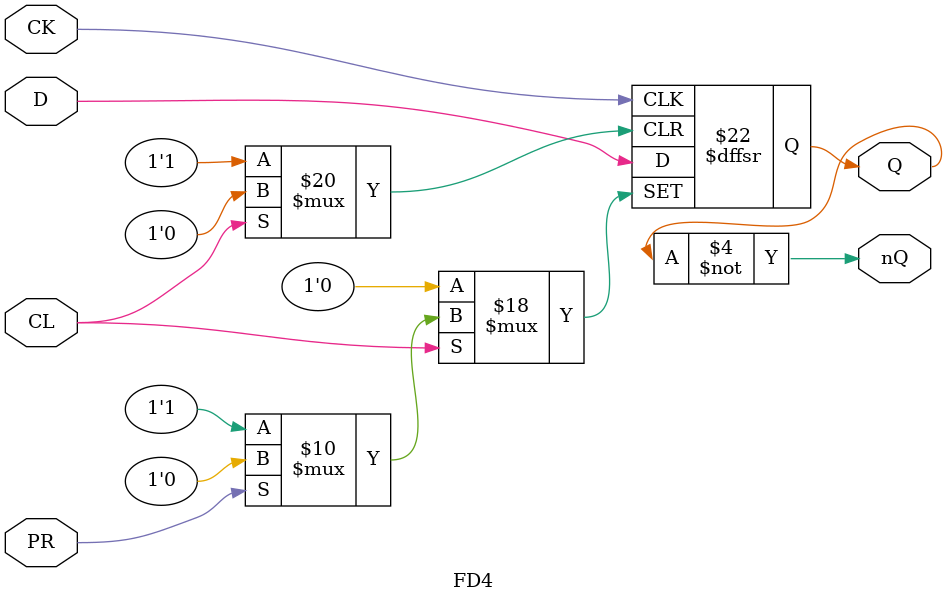
<source format=v>


module FD4(
	input CK,
	input D,
	input PR, CL,
	output reg Q = 1'b0,
	output nQ
);

	always @(negedge CK, negedge PR, negedge CL)
	begin
		if (~PR)
			Q <= #1 1'b1;
		else if (~CL)
			Q <= #1 1'b0;
		else
			Q <= #1 D;
	end
	
	assign nQ = ~Q;

endmodule

</source>
